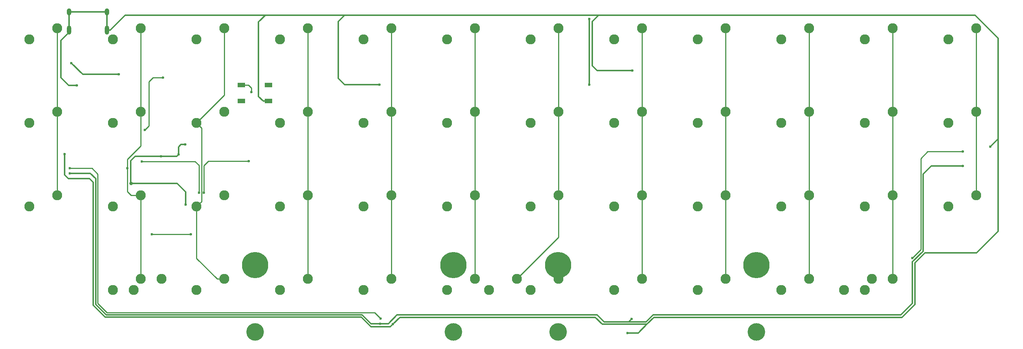
<source format=gbr>
G04 #@! TF.GenerationSoftware,KiCad,Pcbnew,(5.1.2)-2*
G04 #@! TF.CreationDate,2020-03-20T20:31:01-05:00*
G04 #@! TF.ProjectId,Schwann_Rev0.5,53636877-616e-46e5-9f52-6576302e352e,rev?*
G04 #@! TF.SameCoordinates,Original*
G04 #@! TF.FileFunction,Copper,L1,Top*
G04 #@! TF.FilePolarity,Positive*
%FSLAX46Y46*%
G04 Gerber Fmt 4.6, Leading zero omitted, Abs format (unit mm)*
G04 Created by KiCad (PCBNEW (5.1.2)-2) date 2020-03-20 20:31:01*
%MOMM*%
%LPD*%
G04 APERTURE LIST*
%ADD10O,1.000000X2.100000*%
%ADD11O,1.000000X1.600000*%
%ADD12C,2.286000*%
%ADD13R,1.800000X1.100000*%
%ADD14C,6.000000*%
%ADD15C,4.000000*%
%ADD16C,0.600000*%
%ADD17C,0.800000*%
%ADD18C,0.300000*%
%ADD19C,0.325000*%
%ADD20C,0.250000*%
G04 APERTURE END LIST*
D10*
X49386250Y-75811250D03*
X58026250Y-75811250D03*
D11*
X49386250Y-71631250D03*
X58026250Y-71631250D03*
D12*
X151496250Y-132588750D03*
X145146250Y-135128750D03*
X211821250Y-135128750D03*
X218171250Y-132588750D03*
X199121250Y-132588750D03*
X192771250Y-135128750D03*
X173721250Y-135128750D03*
X180071250Y-132588750D03*
X161021250Y-132588750D03*
X154671250Y-135128750D03*
X135621250Y-135128750D03*
X141971250Y-132588750D03*
X122921250Y-132588750D03*
X116571250Y-135128750D03*
X97521250Y-135128750D03*
X103871250Y-132588750D03*
X84821250Y-132588750D03*
X78471250Y-135128750D03*
X59421250Y-135128750D03*
X65771250Y-132588750D03*
X256271250Y-113538750D03*
X249921250Y-116078750D03*
X230871250Y-116078750D03*
X237221250Y-113538750D03*
X211821250Y-116078750D03*
X218171250Y-113538750D03*
X192771250Y-116078750D03*
X199121250Y-113538750D03*
X180071250Y-113538750D03*
X173721250Y-116078750D03*
X154671250Y-116078750D03*
X161021250Y-113538750D03*
X141971250Y-113538750D03*
X135621250Y-116078750D03*
X122921250Y-113538750D03*
X116571250Y-116078750D03*
X103871250Y-113538750D03*
X97521250Y-116078750D03*
X78471250Y-116078750D03*
X84821250Y-113538750D03*
X46721250Y-113538750D03*
X40371250Y-116078750D03*
X249921250Y-97028750D03*
X256271250Y-94488750D03*
X237221250Y-94488750D03*
X230871250Y-97028750D03*
X211821250Y-97028750D03*
X218171250Y-94488750D03*
X199121250Y-94488750D03*
X192771250Y-97028750D03*
X180071250Y-94488750D03*
X173721250Y-97028750D03*
X154671250Y-97028750D03*
X161021250Y-94488750D03*
X141971250Y-94488750D03*
X135621250Y-97028750D03*
X103871250Y-94488750D03*
X97521250Y-97028750D03*
X40371250Y-97028750D03*
X46721250Y-94488750D03*
X230871250Y-77978750D03*
X237221250Y-75438750D03*
X211821250Y-77978750D03*
X218171250Y-75438750D03*
X199121250Y-75438750D03*
X192771250Y-77978750D03*
X173721250Y-77978750D03*
X180071250Y-75438750D03*
X154671250Y-77978750D03*
X161021250Y-75438750D03*
X97521250Y-77978750D03*
X103871250Y-75438750D03*
X78471250Y-77978750D03*
X84821250Y-75438750D03*
X40371250Y-77978750D03*
X46721250Y-75438750D03*
X59421250Y-77978750D03*
X65771250Y-75438750D03*
X65771250Y-94488750D03*
X59421250Y-97028750D03*
X59421250Y-116078750D03*
X65771250Y-113538750D03*
X237221250Y-132588750D03*
X230871250Y-135128750D03*
X122921250Y-75438750D03*
X116571250Y-77978750D03*
X256271250Y-75438750D03*
X249921250Y-77978750D03*
X78471250Y-97028750D03*
X84821250Y-94488750D03*
X122921250Y-94488750D03*
X116571250Y-97028750D03*
X141971250Y-75438750D03*
X135621250Y-77978750D03*
D13*
X94906250Y-92031250D03*
X88706250Y-88331250D03*
X94906250Y-88331250D03*
X88706250Y-92031250D03*
D12*
X226108750Y-135128750D03*
X232458750Y-132588750D03*
X64183750Y-135128750D03*
X70533750Y-132588750D03*
D14*
X206106250Y-129413750D03*
D15*
X206106250Y-144653750D03*
X91806250Y-144653750D03*
D14*
X91806250Y-129413750D03*
D15*
X160894250Y-144653750D03*
X137018250Y-144653750D03*
D14*
X160894250Y-129413750D03*
X137018250Y-129413750D03*
D16*
X51181250Y-88441250D03*
X176731250Y-144918750D03*
X259481250Y-102418750D03*
X123231250Y-142918750D03*
X120231250Y-88268750D03*
X177831250Y-85068750D03*
X48381250Y-104068750D03*
X70398750Y-104588750D03*
X75961250Y-101931250D03*
X74356250Y-104193750D03*
D17*
X63561249Y-110818750D03*
D16*
X75981250Y-115618750D03*
X70881250Y-86681250D03*
X66731250Y-98581250D03*
X79031250Y-112918750D03*
X90393750Y-105731250D03*
X80189249Y-112918750D03*
X66031250Y-105768750D03*
X77221250Y-122378750D03*
X68311250Y-122378750D03*
X177731250Y-141668750D03*
X60731250Y-85918750D03*
X49941250Y-83331250D03*
X168031250Y-88268750D03*
X120331250Y-142793750D03*
X168031250Y-73268750D03*
X49631250Y-108468750D03*
X253181250Y-106768750D03*
X91031250Y-89968750D03*
X62721250Y-107331250D03*
X253181250Y-103538750D03*
X241711909Y-127829409D03*
X120431250Y-141568750D03*
X49631250Y-107318750D03*
D18*
X58026250Y-71631250D02*
X58026250Y-75811250D01*
X49386250Y-71631250D02*
X49386250Y-75811250D01*
X49386250Y-71631250D02*
X58026250Y-71631250D01*
D19*
X255998559Y-72418750D02*
X261231250Y-77651441D01*
X261231250Y-77651441D02*
X261231250Y-99668750D01*
X261231250Y-100668750D02*
X261231250Y-99668750D01*
X259481250Y-102418750D02*
X261231250Y-100668750D01*
X58851250Y-75811250D02*
X58026250Y-75811250D01*
X62243750Y-72418750D02*
X58851250Y-75811250D01*
X94181250Y-72418750D02*
X62243750Y-72418750D01*
X124831240Y-141318760D02*
X123231250Y-142918750D01*
X56940088Y-140577589D02*
X57643769Y-141281270D01*
X56922411Y-140577589D02*
X56940088Y-140577589D01*
X56922411Y-140577589D02*
X54931250Y-138586428D01*
X57626092Y-141281270D02*
X57643769Y-141281270D01*
X54931250Y-138586428D02*
X57626092Y-141281270D01*
X57643769Y-141281270D02*
X116018768Y-141281270D01*
X122668749Y-143481251D02*
X123231250Y-142918750D01*
X118218749Y-143481251D02*
X122668749Y-143481251D01*
X116018768Y-141281270D02*
X118218749Y-143481251D01*
X261231250Y-121740058D02*
X261231250Y-99668750D01*
X256377558Y-126593750D02*
X261231250Y-121740058D01*
X239323716Y-141318760D02*
X242256259Y-138386217D01*
X242256259Y-138386217D02*
X242256260Y-128893740D01*
X242256260Y-128893740D02*
X244556250Y-126593750D01*
X244556250Y-126593750D02*
X256377558Y-126593750D01*
X182781240Y-141318760D02*
X239323716Y-141318760D01*
X169381260Y-141318760D02*
X124831240Y-141318760D01*
X181181250Y-142918750D02*
X182781240Y-141318760D01*
X170981250Y-142918750D02*
X181181250Y-142918750D01*
X170981250Y-142918750D02*
X169381260Y-141318760D01*
X179181250Y-144918750D02*
X181181250Y-142918750D01*
X176731250Y-144918750D02*
X179181250Y-144918750D01*
X94181250Y-72418750D02*
X112281250Y-72418750D01*
X112281250Y-72418750D02*
X170181250Y-72418750D01*
X92606250Y-73993750D02*
X94181250Y-72418750D01*
X93681250Y-92031250D02*
X92606250Y-90956250D01*
X94906250Y-92031250D02*
X93681250Y-92031250D01*
X92606250Y-90956250D02*
X92606250Y-73993750D01*
X110831250Y-73868750D02*
X112281250Y-72418750D01*
X110831250Y-86868750D02*
X110831250Y-73868750D01*
X112231250Y-88268750D02*
X110831250Y-86868750D01*
X112231250Y-88268750D02*
X120231250Y-88268750D01*
X169831250Y-85068750D02*
X168731250Y-83968750D01*
X169831250Y-85068750D02*
X177831250Y-85068750D01*
X168731250Y-73868750D02*
X170181250Y-72418750D01*
X168731250Y-83968750D02*
X168731250Y-73868750D01*
X170181250Y-72418750D02*
X255998559Y-72418750D01*
X49281250Y-109718750D02*
X48381250Y-108818750D01*
X54081250Y-109718750D02*
X49281250Y-109718750D01*
X54931250Y-110568750D02*
X54081250Y-109718750D01*
X54931250Y-138586428D02*
X54931250Y-110568750D01*
X48381250Y-108818750D02*
X48381250Y-104068750D01*
D18*
X49386250Y-76361250D02*
X49386250Y-75811250D01*
X47531250Y-78216250D02*
X49386250Y-76361250D01*
X47531250Y-86618750D02*
X47531250Y-78216250D01*
X49353750Y-88441250D02*
X47531250Y-86618750D01*
X51181250Y-88441250D02*
X49353750Y-88441250D01*
X64491252Y-104588750D02*
X70398750Y-104588750D01*
X63471251Y-105608751D02*
X64491252Y-104588750D01*
X75961250Y-101931250D02*
X75961250Y-101938750D01*
X75961250Y-101931250D02*
X74893750Y-101931250D01*
X74356250Y-102468750D02*
X74893750Y-101931250D01*
X74356250Y-104193750D02*
X74356250Y-102468750D01*
X73961250Y-104588750D02*
X74356250Y-104193750D01*
X70398750Y-104588750D02*
X73961250Y-104588750D01*
X63471251Y-105608751D02*
X63471251Y-110728752D01*
X63471251Y-110728752D02*
X63561249Y-110818750D01*
X75981250Y-112718750D02*
X75981250Y-115618750D01*
X63561249Y-110818750D02*
X74081250Y-110818750D01*
X74081250Y-110818750D02*
X75981250Y-112718750D01*
D20*
X67631250Y-87618750D02*
X67631250Y-97681250D01*
X68568750Y-86681250D02*
X67631250Y-87618750D01*
X70881250Y-86681250D02*
X68568750Y-86681250D01*
X67631250Y-97681250D02*
X66731250Y-98581250D01*
X80189249Y-106710751D02*
X81168750Y-105731250D01*
X79031250Y-106668750D02*
X79031250Y-112568750D01*
X78131250Y-105768750D02*
X79031250Y-106668750D01*
X78131250Y-105768750D02*
X66031250Y-105768750D01*
X81168750Y-105731250D02*
X90393750Y-105731250D01*
X80189249Y-112376749D02*
X80189249Y-112918750D01*
X80189249Y-112376749D02*
X80189249Y-106710751D01*
X80189249Y-112568750D02*
X80189249Y-112376749D01*
X79031250Y-112568750D02*
X79031250Y-112918750D01*
X68311250Y-122378750D02*
X77221250Y-122378750D01*
D18*
X168031250Y-88268750D02*
X168031250Y-80568750D01*
D19*
X120331250Y-142793750D02*
X122206250Y-142793750D01*
X122206250Y-142793750D02*
X124206250Y-140793750D01*
X124206250Y-140793750D02*
X169856250Y-140793750D01*
X169856250Y-140793750D02*
X171431250Y-142368750D01*
X171431250Y-142368750D02*
X177031250Y-142368750D01*
X177031250Y-142368750D02*
X177731250Y-141668750D01*
X168031250Y-80568750D02*
X168031250Y-73268750D01*
X54281250Y-108468750D02*
X49631250Y-108468750D01*
X120331250Y-142793750D02*
X118273724Y-142793750D01*
X116236234Y-140756260D02*
X57861235Y-140756260D01*
X57861235Y-140756260D02*
X55481250Y-138376274D01*
X55481250Y-138376274D02*
X55481250Y-109668750D01*
X118273724Y-142793750D02*
X116236234Y-140756260D01*
X55481250Y-109668750D02*
X54281250Y-108468750D01*
X52528750Y-85918750D02*
X60731250Y-85918750D01*
X49941250Y-83331250D02*
X52528750Y-85918750D01*
X246931250Y-106768750D02*
X253181250Y-106768750D01*
X246031250Y-106768750D02*
X246931250Y-106768750D01*
X244131250Y-108668750D02*
X246031250Y-106768750D01*
X244131250Y-126276274D02*
X244131250Y-108668750D01*
X177031250Y-142368750D02*
X180988774Y-142368750D01*
X182563774Y-140793750D02*
X239106250Y-140793750D01*
X239106250Y-140793750D02*
X241731250Y-138168750D01*
X180988774Y-142368750D02*
X182563774Y-140793750D01*
X241731250Y-138168750D02*
X241731250Y-128676274D01*
X241731250Y-128676274D02*
X244131250Y-126276274D01*
D20*
X88706250Y-88331250D02*
X90293750Y-88331250D01*
X90293750Y-88331250D02*
X91031250Y-89068750D01*
X91031250Y-89068750D02*
X91031250Y-89968750D01*
X46721250Y-75438750D02*
X46721250Y-113538750D01*
X65881250Y-113428750D02*
X65771250Y-113538750D01*
X65881250Y-94598750D02*
X65771250Y-94488750D01*
X65832187Y-94549687D02*
X65771250Y-94488750D01*
X65771250Y-94488750D02*
X65771250Y-75438750D01*
X65771250Y-113538750D02*
X63588750Y-113538750D01*
X63588750Y-113538750D02*
X62731250Y-112681250D01*
X62731250Y-107341250D02*
X62731250Y-112681250D01*
X62731250Y-107341250D02*
X62721250Y-107331250D01*
X65771250Y-113538750D02*
X65771250Y-132588750D01*
X62721250Y-105258750D02*
X65771250Y-102208750D01*
X62721250Y-107331250D02*
X62721250Y-105258750D01*
X65771250Y-94488750D02*
X65771250Y-102208750D01*
X79614249Y-98171749D02*
X78471250Y-97028750D01*
X79614249Y-114935751D02*
X79614249Y-98171749D01*
X78471250Y-116078750D02*
X79614249Y-114935751D01*
X84821250Y-90678750D02*
X78471250Y-97028750D01*
X84821250Y-75438750D02*
X84821250Y-90678750D01*
X78471250Y-127855196D02*
X78471250Y-116078750D01*
X83204804Y-132588750D02*
X78471250Y-127855196D01*
X84821250Y-132588750D02*
X83204804Y-132588750D01*
X103871250Y-75438750D02*
X103871250Y-132588750D01*
X122921250Y-132588750D02*
X122921250Y-75438750D01*
X141971250Y-75438750D02*
X141971250Y-132588750D01*
X151496250Y-132588750D02*
X158401875Y-125683125D01*
X161021250Y-123063750D02*
X160783125Y-123301875D01*
X158401875Y-125683125D02*
X160783125Y-123301875D01*
X160783125Y-123301875D02*
X161021250Y-123063750D01*
X161021250Y-123063750D02*
X158401875Y-125683125D01*
X161021250Y-113538750D02*
X161021250Y-123063750D01*
X161021250Y-113538750D02*
X161021250Y-75438750D01*
X180071250Y-75438750D02*
X180071250Y-132588750D01*
X199121250Y-132588750D02*
X199121250Y-75438750D01*
X218171250Y-75438750D02*
X218171250Y-132588750D01*
X237221250Y-132588750D02*
X237221250Y-75438750D01*
X256271250Y-75438750D02*
X256271250Y-113538750D01*
X243643740Y-125897578D02*
X241711909Y-127829409D01*
X243643740Y-105081240D02*
X243643740Y-125897578D01*
X245186230Y-103538750D02*
X243643740Y-105081240D01*
X253181250Y-103538750D02*
X245186230Y-103538750D01*
X119131250Y-140268750D02*
X120431250Y-141568750D01*
X58063168Y-140268750D02*
X119131250Y-140268750D01*
X55968760Y-138174342D02*
X58063168Y-140268750D01*
X55968760Y-108656260D02*
X55968760Y-138174342D01*
X49631250Y-107318750D02*
X54631250Y-107318750D01*
X54631250Y-107318750D02*
X55968760Y-108656260D01*
M02*

</source>
